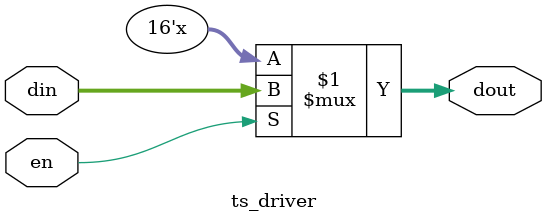
<source format=v>
module ts_driver (din, dout, en);
	input [15:0] din;
	output [15:0] dout;
	input en;

	assign dout = en ? din : 16'hZZZZ;
endmodule
	
	

</source>
